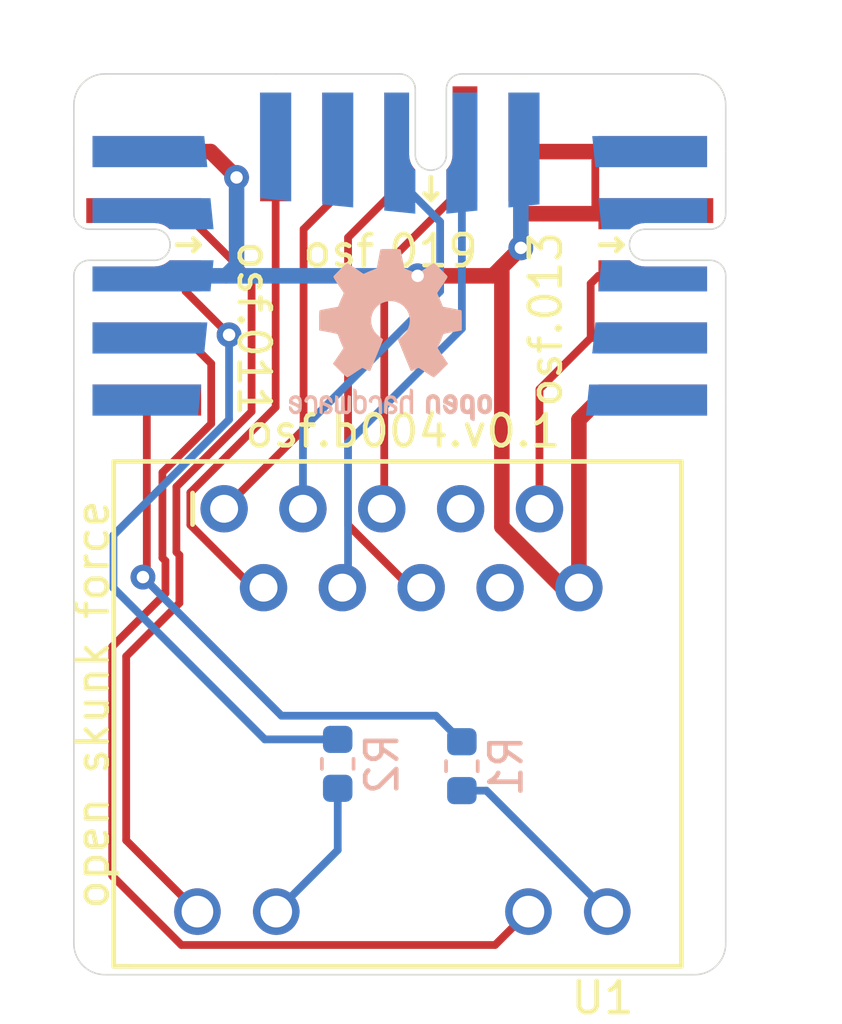
<source format=kicad_pcb>
(kicad_pcb (version 20211014) (generator pcbnew)
  (layers (0 "F.Cu" signal) (31 "B.Cu" signal) (34 "B.Paste" user) (35 "F.Paste" user) (36 "B.SilkS" user "B.Silkscreen") (37 "F.SilkS" user "F.Silkscreen") (38 "B.Mask" user) (39 "F.Mask" user) (44 "Edge.Cuts" user))
  (net 0 "")
  (net 1 "GND")
  (net 2 "Net-(J1-Pad2)")
  (net 3 "Net-(J1-Pad5)")
  (net 4 "Net-(J2-Pad4)")
  (net 5 "Net-(J2-Pad3)")
  (net 6 "Net-(J2-Pad5)")
  (net 7 "Net-(J3-Pad3)")
  (net 8 "Net-(R1-Pad1)")
  (net 9 "Net-(R2-Pad1)")
  (net 10 "Net-(J1-Pad4)")
  (net 11 "Net-(J2-Pad2)")
  (net 12 "Net-(J1-Pad3)")
  (net 13 "Net-(J1-Pad8)")
  (net 14 "Net-(J1-Pad7)")
  (footprint "on_edge:on_edge_2x05_device" (layer "F.Cu") (at 100.5 75.2 180)
    (fp_text reference "J1")
    (fp_text value "019_100BASE-T_2x5")
    (fp_line (start -1.5 -2.6) (end -1.5 -0.5) (layer "Edge.Cuts") (width 0.05))
    (fp_line (start 0 0) (end 4 0) (layer "Edge.Cuts") (width 0.05))
    (fp_line (start -4 0) (end -2 0) (layer "Edge.Cuts") (width 0.05))
    (fp_line (start -0.5 -0.5) (end -0.5 -2.6) (layer "Edge.Cuts") (width 0.05))
    (fp_arc (start -1.5 -0.5) (mid -1.646447 -0.146447) (end -2 0) (layer "Edge.Cuts") (width 0.05))
    (fp_arc (start 0 0) (mid -0.353553 -0.146447) (end -0.5 -0.5) (layer "Edge.Cuts") (width 0.05))
    (fp_arc (start -1.5 -2.6) (mid -1 -3.1) (end -0.5 -2.6) (layer "Edge.Cuts") (width 0.05))
    (pad "1" smd rect locked (at -4 -2.35) (size 1 3.5) (layers "F.Cu" "F.Mask") (net 1 "GND"))
    (pad "2" smd custom locked (at -2 -3.6 180) (size 1 1) (layers "F.Cu" "F.Mask") (net 2 "Net-(J1-Pad2)") (options (clearance outline) (anchor rect)) (primitives (gr_poly (pts (xy 0.5 0.52) (xy 0.48 0.54) (xy 0.44 0.59) (xy 0.4 0.65) (xy 0.37 0.7) (xy 0.35 0.75) (xy 0.33 0.81) (xy 0.31 0.89) (xy 0.3 1) (xy 0.3 3.2) (xy -0.5 3.2) (xy -0.5 -0.5) (xy 0.5 -0.5)) (width 0) (fill yes))))
    (pad "3" smd custom locked (at 0 -3.6 180) (size 1 1) (layers "F.Cu" "F.Mask") (net 12 "Net-(J1-Pad3)") (options (clearance outline) (anchor rect)) (primitives (gr_poly (pts (xy 0.5 3) (xy -0.3 3) (xy -0.3 1) (xy -0.31 0.89) (xy -0.33 0.81) (xy -0.35 0.75) (xy -0.37 0.7) (xy -0.4 0.65) (xy -0.44 0.59) (xy -0.48 0.54) (xy -0.5 0.52) (xy -0.5 -0.5) (xy 0.5 -0.5)) (width 0) (fill yes))))
    (pad "4" smd rect locked (at 2 -2.35) (size 1 3.5) (layers "F.Cu" "F.Mask") (net 10 "Net-(J1-Pad4)"))
    (pad "5" smd rect locked (at 4 -2.35) (size 1 3.5) (layers "F.Cu" "F.Mask") (net 3 "Net-(J1-Pad5)"))
    (pad "6" smd custom locked (at -4 -2.4 180) (size 1 3.6) (layers "B.Cu" "B.Mask") (net 1 "GND") (options (clearance outline) (anchor rect)) (primitives (gr_poly (pts (xy 0.5 -1.8) (xy -0.5 -1.8) (xy 0.5 -1.9)) (width 0) (fill yes))))
    (pad "7" smd custom locked (at -2 -2.1 180) (size 0.4 0.4) (layers "B.Cu" "B.Mask") (net 14 "Net-(J1-Pad7)") (options (clearance outline) (anchor rect)) (primitives (gr_poly (pts (xy 0.5 -0.99) (xy 0.48 -0.97) (xy 0.44 -0.92) (xy 0.4 -0.86) (xy 0.37 -0.81) (xy 0.35 -0.76) (xy 0.33 -0.7) (xy 0.31 -0.62) (xy 0.3 -0.51) (xy 0.3 1.5) (xy -0.5 1.5) (xy -0.5 -2.3) (xy 0.5 -2.4)) (width 0) (fill yes))))
    (pad "8" smd custom locked (at 0 -2.1 180) (size 0.4 0.4) (layers "B.Cu" "B.Mask") (net 13 "Net-(J1-Pad8)") (options (clearance outline) (anchor rect)) (primitives (gr_poly (pts (xy 0.5 -2.3) (xy 0.5 1.5) (xy -0.3 1.5) (xy -0.3 -0.51) (xy -0.31 -0.62) (xy -0.33 -0.7) (xy -0.35 -0.76) (xy -0.37 -0.81) (xy -0.4 -0.86) (xy -0.44 -0.92) (xy -0.48 -0.97) (xy -0.5 -0.99) (xy -0.5 -2.4)) (width 0) (fill yes))))
    (pad "9" smd custom locked (at 2 -2.4 180) (size 1 3.6) (layers "B.Cu" "B.Mask") (options (clearance outline) (anchor rect)) (primitives (gr_poly (pts (xy 0.5 -1.8) (xy -0.5 -1.8) (xy -0.5 -1.9)) (width 0) (fill yes))))
    (pad "10" smd custom locked (at 4 -2.3 180) (size 1 3.4) (layers "B.Cu" "B.Mask") (options (clearance outline) (anchor rect)) (primitives (gr_poly (pts (xy 0.5 -1.7) (xy -0.5 -1.7) (xy -0.5 -1.8)) (width 0) (fill yes))))
  )
  (footprint "parts:7499211121A" (layer "F.Cu") (at 105 89.2 180)
    (fp_text reference "U1" (at -2.032 -15.748) (layer "F.SilkS"))
    (fp_text value "7499211121A")
    (pad "" np_thru_hole circle (at -3.3 -5.84 180) (size 1.6 1.6) (drill 1.6) (layers *.Cu *.Mask))
    (pad "" np_thru_hole circle (at 10.16 -8.89 180) (size 3.25 3.25) (drill 3.25) (layers *.Cu *.Mask))
    (pad "" np_thru_hole circle (at 12.19 -5.84 180) (size 1.6 1.6) (drill 1.6) (layers *.Cu *.Mask))
    (pad "" np_thru_hole circle (at -1.27 -8.89 180) (size 3.25 3.25) (drill 3.25) (layers *.Cu *.Mask))
    (pad "1" thru_hole circle (at 10.16 0 180) (size 1.524 1.524) (drill 0.9) (layers *.Cu *.Mask) (net 10 "Net-(J1-Pad4)"))
    (pad "2" thru_hole circle (at 8.89 -2.54 180) (size 1.524 1.524) (drill 0.9) (layers *.Cu *.Mask) (net 3 "Net-(J1-Pad5)"))
    (pad "3" thru_hole circle (at 7.62 0 180) (size 1.524 1.524) (drill 0.9) (layers *.Cu *.Mask) (net 13 "Net-(J1-Pad8)"))
    (pad "4" thru_hole circle (at 6.35 -2.54 180) (size 1.524 1.524) (drill 0.9) (layers *.Cu *.Mask) (net 14 "Net-(J1-Pad7)"))
    (pad "5" thru_hole circle (at 5.08 0 180) (size 1.524 1.524) (drill 0.9) (layers *.Cu *.Mask) (net 2 "Net-(J1-Pad2)"))
    (pad "6" thru_hole circle (at 3.81 -2.54 180) (size 1.524 1.524) (drill 0.9) (layers *.Cu *.Mask) (net 12 "Net-(J1-Pad3)"))
    (pad "7" thru_hole circle (at 2.54 0 180) (size 1.524 1.524) (drill 0.9) (layers *.Cu *.Mask))
    (pad "8" thru_hole circle (at 1.27 -2.54 180) (size 1.524 1.524) (drill 0.9) (layers *.Cu *.Mask))
    (pad "9" thru_hole circle (at 0 0 180) (size 1.524 1.524) (drill 0.9) (layers *.Cu *.Mask) (net 7 "Net-(J3-Pad3)"))
    (pad "10" thru_hole circle (at -1.27 -2.54 180) (size 1.524 1.524) (drill 0.9) (layers *.Cu *.Mask) (net 1 "GND"))
    (pad "11" thru_hole circle (at 11.02 -12.97 180) (size 1.5 1.5) (drill 1.02) (layers *.Cu *.Mask) (net 11 "Net-(J2-Pad2)"))
    (pad "12" thru_hole circle (at 8.48 -12.97 180) (size 1.5 1.5) (drill 1.02) (layers *.Cu *.Mask) (net 9 "Net-(R2-Pad1)"))
    (pad "13" thru_hole circle (at 0.355 -12.97 180) (size 1.5 1.5) (drill 1.02) (layers *.Cu *.Mask) (net 4 "Net-(J2-Pad4)"))
    (pad "14" thru_hole circle (at -2.185 -12.97 180) (size 1.5 1.5) (drill 1.02) (layers *.Cu *.Mask) (net 8 "Net-(R1-Pad1)"))
  )
  (footprint "on_edge:on_edge_2x05_device" (layer "F.Cu") (at 90 81.7 -90)
    (fp_text reference "J2")
    (fp_text value "011_GPIO_2x3")
    (fp_line (start 0 0) (end 4 0) (layer "Edge.Cuts") (width 0.05))
    (fp_line (start -1.5 -2.6) (end -1.5 -0.5) (layer "Edge.Cuts") (width 0.05))
    (fp_line (start -4 0) (end -2 0) (layer "Edge.Cuts") (width 0.05))
    (fp_line (start -0.5 -0.5) (end -0.5 -2.6) (layer "Edge.Cuts") (width 0.05))
    (fp_arc (start -1.5 -0.5) (mid -1.646447 -0.146447) (end -2 0) (layer "Edge.Cuts") (width 0.05))
    (fp_arc (start -1.5 -2.6) (mid -1 -3.1) (end -0.5 -2.6) (layer "Edge.Cuts") (width 0.05))
    (fp_arc (start 0 0) (mid -0.353553 -0.146447) (end -0.5 -0.5) (layer "Edge.Cuts") (width 0.05))
    (pad "1" smd rect locked (at -4 -2.35 90) (size 1 3.5) (layers "F.Cu" "F.Mask") (net 1 "GND"))
    (pad "2" smd custom locked (at -2 -3.6 270) (size 1 1) (layers "F.Cu" "F.Mask") (net 11 "Net-(J2-Pad2)") (options (clearance outline) (anchor rect)) (primitives (gr_poly (pts (xy 0.5 0.52) (xy 0.48 0.54) (xy 0.44 0.59) (xy 0.4 0.65) (xy 0.37 0.7) (xy 0.35 0.75) (xy 0.33 0.81) (xy 0.31 0.89) (xy 0.3 1) (xy 0.3 3.2) (xy -0.5 3.2) (xy -0.5 -0.5) (xy 0.5 -0.5)) (width 0) (fill yes))))
    (pad "3" smd custom locked (at 0 -3.6 270) (size 1 1) (layers "F.Cu" "F.Mask") (net 5 "Net-(J2-Pad3)") (options (clearance outline) (anchor rect)) (primitives (gr_poly (pts (xy 0.5 3) (xy -0.3 3) (xy -0.3 1) (xy -0.31 0.89) (xy -0.33 0.81) (xy -0.35 0.75) (xy -0.37 0.7) (xy -0.4 0.65) (xy -0.44 0.59) (xy -0.48 0.54) (xy -0.5 0.52) (xy -0.5 -0.5) (xy 0.5 -0.5)) (width 0) (fill yes))))
    (pad "4" smd rect locked (at 2 -2.35 90) (size 1 3.5) (layers "F.Cu" "F.Mask") (net 4 "Net-(J2-Pad4)"))
    (pad "5" smd rect locked (at 4 -2.35 90) (size 1 3.5) (layers "F.Cu" "F.Mask") (net 6 "Net-(J2-Pad5)"))
    (pad "6" smd custom locked (at -4 -2.4 270) (size 1 3.6) (layers "B.Cu" "B.Mask") (options (clearance outline) (anchor rect)) (primitives (gr_poly (pts (xy 0.5 -1.8) (xy -0.5 -1.8) (xy 0.5 -1.9)) (width 0) (fill yes))))
    (pad "7" smd custom locked (at -2 -2.1 270) (size 0.4 0.4) (layers "B.Cu" "B.Mask") (options (clearance outline) (anchor rect)) (primitives (gr_poly (pts (xy 0.5 -0.99) (xy 0.48 -0.97) (xy 0.44 -0.92) (xy 0.4 -0.86) (xy 0.37 -0.81) (xy 0.35 -0.76) (xy 0.33 -0.7) (xy 0.31 -0.62) (xy 0.3 -0.51) (xy 0.3 1.5) (xy -0.5 1.5) (xy -0.5 -2.3) (xy 0.5 -2.4)) (width 0) (fill yes))))
    (pad "8" smd custom locked (at 0 -2.1 270) (size 0.4 0.4) (layers "B.Cu" "B.Mask") (net 1 "GND") (options (clearance outline) (anchor rect)) (primitives (gr_poly (pts (xy 0.5 -2.3) (xy 0.5 1.5) (xy -0.3 1.5) (xy -0.3 -0.51) (xy -0.31 -0.62) (xy -0.33 -0.7) (xy -0.35 -0.76) (xy -0.37 -0.81) (xy -0.4 -0.86) (xy -0.44 -0.92) (xy -0.48 -0.97) (xy -0.5 -0.99) (xy -0.5 -2.4)) (width 0) (fill yes))))
    (pad "9" smd custom locked (at 2 -2.4 270) (size 1 3.6) (layers "B.Cu" "B.Mask") (options (clearance outline) (anchor rect)) (primitives (gr_poly (pts (xy 0.5 -1.8) (xy -0.5 -1.8) (xy -0.5 -1.9)) (width 0) (fill yes))))
    (pad "10" smd custom locked (at 4 -2.3 270) (size 1 3.4) (layers "B.Cu" "B.Mask") (options (clearance outline) (anchor rect)) (primitives (gr_poly (pts (xy 0.5 -1.7) (xy -0.5 -1.7) (xy -0.5 -1.8)) (width 0) (fill yes))))
  )
  (footprint "on_edge:on_edge_2x05_host" (layer "F.Cu") (at 111 81.7 -90)
    (fp_text reference "J3")
    (fp_text value "PoE_2x2")
    (fp_line (start -4 0) (end -2 0) (layer "Edge.Cuts") (width 0.05))
    (fp_line (start -1.5 0.5) (end -1.5 2.6) (layer "Edge.Cuts") (width 0.05))
    (fp_line (start -0.5 2.6) (end -0.5 0.5) (layer "Edge.Cuts") (width 0.05))
    (fp_line (start 0 0) (end 4 0) (layer "Edge.Cuts") (width 0.05))
    (fp_arc (start -0.5 0.5) (mid -0.353553 0.146447) (end 0 0) (layer "Edge.Cuts") (width 0.05))
    (fp_arc (start -2 0) (mid -1.646447 0.146447) (end -1.5 0.5) (layer "Edge.Cuts") (width 0.05))
    (fp_arc (start -0.5 2.6) (mid -1 3.1) (end -1.5 2.6) (layer "Edge.Cuts") (width 0.05))
    (pad "1" smd rect locked (at -4 2.35 270) (size 1 3.5) (layers "F.Cu" "F.Mask") (net 1 "GND"))
    (pad "2" smd custom locked (at -2 3.6 270) (size 1 1) (layers "F.Cu" "F.Mask") (net 1 "GND") (options (clearance outline) (anchor rect)) (primitives (gr_poly (pts (xy 0.3 -0.99) (xy 0.31 -0.88) (xy 0.33 -0.8) (xy 0.35 -0.74) (xy 0.37 -0.69) (xy 0.4 -0.64) (xy 0.44 -0.58) (xy 0.48 -0.53) (xy 0.5 -0.51) (xy 0.5 0.5) (xy -0.5 0.5) (xy -0.5 -3.2) (xy 0.3 -3.2)) (width 0) (fill yes))))
    (pad "3" smd custom locked (at 0 3.6 270) (size 1 1) (layers "F.Cu" "F.Mask") (net 7 "Net-(J3-Pad3)") (options (clearance outline) (anchor rect)) (primitives (gr_poly (pts (xy 0.5 0.5) (xy -0.5 0.5) (xy -0.5 -0.51) (xy -0.48 -0.53) (xy -0.44 -0.58) (xy -0.4 -0.64) (xy -0.37 -0.69) (xy -0.35 -0.74) (xy -0.33 -0.8) (xy -0.31 -0.88) (xy -0.3 -0.99) (xy -0.3 -3) (xy 0.5 -3)) (width 0) (fill yes))))
    (pad "4" smd rect locked (at 2 2.35 270) (size 1 3.5) (layers "F.Cu" "F.Mask") (net 7 "Net-(J3-Pad3)"))
    (pad "5" smd rect locked (at 4 2.35 270) (size 1 3.5) (layers "F.Cu" "F.Mask") (net 1 "GND"))
    (pad "6" smd custom locked (at -4 2.4 90) (size 1 3.6) (layers "B.Cu" "B.Mask") (options (clearance outline) (anchor rect)) (primitives (gr_poly (pts (xy 0.5 -1.8) (xy -0.5 -1.8) (xy 0.5 -1.9)) (width 0) (fill yes))))
    (pad "7" smd custom locked (at -2 2.1 90) (size 0.4 0.4) (layers "B.Cu" "B.Mask") (options (clearance outline) (anchor rect)) (primitives (gr_poly (pts (xy 0.5 1.5) (xy -0.3 1.5) (xy -0.3 -0.51) (xy -0.31 -0.62) (xy -0.33 -0.7) (xy -0.35 -0.76) (xy -0.37 -0.81) (xy -0.4 -0.86) (xy -0.44 -0.92) (xy -0.48 -0.97) (xy -0.5 -0.99) (xy -0.5 -1.9) (xy 0.5 -2)) (width 0) (fill yes))))
    (pad "8" smd custom locked (at 0 2.1 90) (size 0.4 0.4) (layers "B.Cu" "B.Mask") (options (clearance outline) (anchor rect)) (primitives (gr_poly (pts (xy 0.5 -1.9) (xy 0.5 -0.99) (xy 0.48 -0.97) (xy 0.44 -0.92) (xy 0.4 -0.86) (xy 0.37 -0.81) (xy 0.35 -0.76) (xy 0.33 -0.7) (xy 0.31 -0.62) (xy 0.3 -0.51) (xy 0.3 1.5) (xy -0.5 1.5) (xy -0.5 -2)) (width 0) (fill yes))))
    (pad "9" smd custom locked (at 2 2.4 90) (size 1 3.6) (layers "B.Cu" "B.Mask") (options (clearance outline) (anchor rect)) (primitives (gr_poly (pts (xy 0.5 -1.8) (xy -0.5 -1.8) (xy -0.5 -1.9)) (width 0) (fill yes))))
    (pad "10" smd custom locked (at 4 2.5 90) (size 1 3.8) (layers "B.Cu" "B.Mask") (options (clearance outline) (anchor rect)) (primitives (gr_poly (pts (xy 0.5 -1.9) (xy -0.5 -1.9) (xy -0.5 -2)) (width 0) (fill yes))))
  )
  (footprint "Resistor_SMD:R_0603_1608Metric" (layer "B.Cu") (at 102.5 97.4875 90)
    (fp_text reference "R1" (at 0 1.43 90) (layer "B.SilkS") (effects (justify mirror)))
    (fp_text value "330R")
    (pad "1" smd roundrect locked (at -0.7875 0 90) (size 0.875 0.95) (layers "B.Cu" "B.Paste" "B.Mask") (net 8 "Net-(R1-Pad1)"))
    (pad "2" smd roundrect locked (at 0.7875 0 90) (size 0.875 0.95) (layers "B.Cu" "B.Paste" "B.Mask") (net 6 "Net-(J2-Pad5)"))
  )
  (footprint "Resistor_SMD:R_0603_1608Metric" (layer "B.Cu") (at 98.5 97.4125 90)
    (fp_text reference "R2" (at 0 1.43 90) (layer "B.SilkS") (effects (justify mirror)))
    (fp_text value "330R")
    (pad "1" smd roundrect locked (at -0.7875 0 90) (size 0.875 0.95) (layers "B.Cu" "B.Paste" "B.Mask") (net 9 "Net-(R2-Pad1)"))
    (pad "2" smd roundrect locked (at 0.7875 0 90) (size 0.875 0.95) (layers "B.Cu" "B.Paste" "B.Mask") (net 5 "Net-(J2-Pad3)"))
  )
  (footprint "Symbol:OSHW-Logo2_7.3x6mm_SilkScreen" (layer "B.Cu") (at 100.2 83.6 180)
    (fp_text reference "l1" hide)
    (fp_text value "Logo_Open_Hardware_Large" hide)
  )
  (gr_line (start 111 85.7) (end 111 103.2) (layer "Edge.Cuts") (width 0.05))
  (gr_arc (start 91 104.2) (mid 90.292893 103.907107) (end 90 103.2) (layer "Edge.Cuts") (width 0.05))
  (gr_line (start 104.5 75.2) (end 110 75.2) (layer "Edge.Cuts") (width 0.05))
  (gr_line (start 111 77.7) (end 111 76.2) (layer "Edge.Cuts") (width 0.05))
  (gr_line (start 90 77.7) (end 90 76.2) (layer "Edge.Cuts") (width 0.05))
  (gr_arc (start 90 76.2) (mid 90.292893 75.492893) (end 91 75.2) (layer "Edge.Cuts") (width 0.05))
  (gr_arc (start 110 75.2) (mid 110.707107 75.492893) (end 111 76.2) (layer "Edge.Cuts") (width 0.05))
  (gr_line (start 110 104.2) (end 91 104.2) (layer "Edge.Cuts") (width 0.05))
  (gr_arc (start 111 103.2) (mid 110.707107 103.907107) (end 110 104.2) (layer "Edge.Cuts") (width 0.05))
  (gr_line (start 91 75.2) (end 96.5 75.2) (layer "Edge.Cuts") (width 0.05))
  (gr_line (start 90 103.2) (end 90 85.7) (layer "Edge.Cuts") (width 0.05))
  (gr_text "open skunk force" (at 90.6 95.5 90) (layer "F.SilkS") (effects (font (size 1 1))))
  (gr_text "osf.013" (at 105.2 83.1 90) (layer "F.SilkS") (effects (font (size 1 1))))
  (gr_text "osf.b004.v0.1" (at 100.6 86.7) (layer "F.SilkS") (effects (font (size 1 1))))
  (gr_text "osf.019" (at 100.2 80.9) (layer "F.SilkS") (effects (font (size 1 1))))
  (gr_text "osf.011" (at 95.8 83.4 270) (layer "F.SilkS") (effects (font (size 1 1))))
  (segment (start 108.65 77.7) (end 107.1 77.7) (width 0.25) (layer "F.Cu") (net 1))
  (segment (start 103.787999 81.412001) (end 104.4 80.8) (width 0.5) (layer "F.Cu") (net 1))
  (segment (start 94.408974 77.7) (end 94.554487 77.845513) (width 0.5) (layer "F.Cu") (net 1))
  (segment (start 106.27 91.74) (end 105.746238 91.74) (width 0.5) (layer "F.Cu") (net 1))
  (segment (start 107.4 79.7) (end 104.5 79.7) (width 0.5) (layer "F.Cu") (net 1))
  (segment (start 106.27 91.74) (end 106.27 86.33) (width 0.5) (layer "F.Cu") (net 1))
  (segment (start 104.4 77.65) (end 104.5 77.55) (width 0.5) (layer "F.Cu") (net 1))
  (segment (start 104.4 79.6) (end 104.4 77.65) (width 0.5) (layer "F.Cu") (net 1))
  (segment (start 108.65 77.7) (end 104.65 77.7) (width 0.5) (layer "F.Cu") (net 1))
  (segment (start 104.4 80.8) (end 104.4 79.6) (width 0.5) (layer "F.Cu") (net 1))
  (segment (start 105.746238 91.74) (end 103.787999 89.781761) (width 0.5) (layer "F.Cu") (net 1))
  (segment (start 104.5 79.7) (end 104.4 79.6) (width 0.5) (layer "F.Cu") (net 1))
  (segment (start 92.35 77.7) (end 94.408974 77.7) (width 0.5) (layer "F.Cu") (net 1))
  (segment (start 104.65 77.7) (end 104.5 77.55) (width 0.5) (layer "F.Cu") (net 1))
  (segment (start 106.9 85.7) (end 108.65 85.7) (width 0.5) (layer "F.Cu") (net 1))
  (segment (start 106.8 78) (end 106.8 79.6) (width 0.25) (layer "F.Cu") (net 1))
  (segment (start 106.8 79.6) (end 106.9 79.7) (width 0.25) (layer "F.Cu") (net 1))
  (segment (start 95.241696 78.532722) (end 94.554487 77.845513) (width 0.5) (layer "F.Cu") (net 1))
  (segment (start 106.27 86.33) (end 106.9 85.7) (width 0.5) (layer "F.Cu") (net 1))
  (segment (start 106.9 79.7) (end 107.4 79.7) (width 0.25) (layer "F.Cu") (net 1))
  (segment (start 103.787999 89.781761) (end 103.787999 81.412001) (width 0.5) (layer "F.Cu") (net 1))
  (segment (start 103.5 81.7) (end 101.07499 81.7) (width 0.5) (layer "F.Cu") (net 1))
  (segment (start 104.4 80.8) (end 103.5 81.7) (width 0.5) (layer "F.Cu") (net 1))
  (segment (start 107.1 77.7) (end 106.8 78) (width 0.25) (layer "F.Cu") (net 1))
  (via (at 104.4 80.8) (size 0.8) (drill 0.4) (layers "F.Cu" "B.Cu") (net 1))
  (via (at 95.241696 78.532722) (size 0.8) (drill 0.4) (layers "F.Cu" "B.Cu") (net 1))
  (via (at 101.07499 81.7) (size 0.8) (drill 0.4) (layers "F.Cu" "B.Cu") (net 1))
  (segment (start 95.241696 81.358304) (end 94.9 81.7) (width 0.5) (layer "B.Cu") (net 1))
  (segment (start 94.5 81.7) (end 94.9 81.7) (width 0.25) (layer "B.Cu") (net 1))
  (segment (start 104.4 80.8) (end 104.4 77.7) (width 0.5) (layer "B.Cu") (net 1))
  (segment (start 94.5 81.7) (end 92.1 81.7) (width 0.25) (layer "B.Cu") (net 1))
  (segment (start 104.4 77.7) (end 104.5 77.6) (width 0.5) (layer "B.Cu") (net 1))
  (segment (start 95.241696 78.532722) (end 95.241696 81.358304) (width 0.5) (layer "B.Cu") (net 1))
  (segment (start 92.1 81.7) (end 101.07499 81.7) (width 0.5) (layer "B.Cu") (net 1))
  (segment (start 102.5 78.8) (end 102.5 78.9) (width 0.25) (layer "F.Cu") (net 2))
  (segment (start 100 89.12) (end 99.92 89.2) (width 0.25) (layer "F.Cu") (net 2))
  (segment (start 102.5 78.9) (end 100 81.4) (width 0.25) (layer "F.Cu") (net 2))
  (segment (start 100 81.4) (end 100 89.12) (width 0.25) (layer "F.Cu") (net 2))
  (segment (start 95.771238 91.74) (end 93.752999 89.721761) (width 0.25) (layer "F.Cu") (net 3))
  (segment (start 93.752999 88.678239) (end 96.5 85.931238) (width 0.25) (layer "F.Cu") (net 3))
  (segment (start 96.5 85.931238) (end 96.5 77.55) (width 0.25) (layer "F.Cu") (net 3))
  (segment (start 93.752999 89.721761) (end 93.752999 88.678239) (width 0.25) (layer "F.Cu") (net 3))
  (segment (start 96.11 91.74) (end 95.771238 91.74) (width 0.25) (layer "F.Cu") (net 3))
  (segment (start 91.234988 93.638016) (end 91.234988 101.01599) (width 0.25) (layer "F.Cu") (net 4))
  (segment (start 92.852977 88.032025) (end 92.852977 90.779973) (width 0.25) (layer "F.Cu") (net 4))
  (segment (start 94.425001 86.460001) (end 92.852977 88.032025) (width 0.25) (layer "F.Cu") (net 4))
  (segment (start 92.852977 90.779973) (end 92.949989 90.876985) (width 0.25) (layer "F.Cu") (net 4))
  (segment (start 94.425001 84.525001) (end 94.425001 86.460001) (width 0.25) (layer "F.Cu") (net 4))
  (segment (start 103.569999 103.245001) (end 104.645 102.17) (width 0.25) (layer "F.Cu") (net 4))
  (segment (start 92.949989 91.923015) (end 91.234988 93.638016) (width 0.25) (layer "F.Cu") (net 4))
  (segment (start 93.463999 103.245001) (end 103.569999 103.245001) (width 0.25) (layer "F.Cu") (net 4))
  (segment (start 93.6 83.7) (end 94.425001 84.525001) (width 0.25) (layer "F.Cu") (net 4))
  (segment (start 91.234988 101.01599) (end 93.463999 103.245001) (width 0.25) (layer "F.Cu") (net 4))
  (segment (start 92.949989 90.876985) (end 92.949989 91.923015) (width 0.25) (layer "F.Cu") (net 4))
  (segment (start 92.35 83.7) (end 93.6 83.7) (width 0.25) (layer "F.Cu") (net 4))
  (segment (start 93.6 81.7) (end 93.6 82.2) (width 0.25) (layer "F.Cu") (net 5))
  (segment (start 93.6 82.2) (end 95 83.6) (width 0.25) (layer "F.Cu") (net 5))
  (via (at 95 83.6) (size 0.8) (drill 0.4) (layers "F.Cu" "B.Cu") (net 5))
  (segment (start 91.274999 91.748001) (end 96.151998 96.625) (width 0.25) (layer "B.Cu") (net 5))
  (segment (start 96.151998 96.625) (end 98.025 96.625) (width 0.25) (layer "B.Cu") (net 5))
  (segment (start 91.274999 90.051999) (end 91.274999 91.748001) (width 0.25) (layer "B.Cu") (net 5))
  (segment (start 95 86.326998) (end 91.274999 90.051999) (width 0.25) (layer "B.Cu") (net 5))
  (segment (start 95 83.6) (end 95 86.326998) (width 0.25) (layer "B.Cu") (net 5))
  (segment (start 98.025 96.625) (end 98.5 96.625) (width 0.25) (layer "B.Cu") (net 5))
  (segment (start 92.35 85.7) (end 92.35 91.274979) (width 0.25) (layer "F.Cu") (net 6))
  (segment (start 92.35 91.274979) (end 92.224979 91.4) (width 0.25) (layer "F.Cu") (net 6))
  (via (at 92.224979 91.4) (size 0.8) (drill 0.4) (layers "F.Cu" "B.Cu") (net 6))
  (segment (start 101.66249 95.86249) (end 96.687469 95.86249) (width 0.25) (layer "B.Cu") (net 6))
  (segment (start 96.687469 95.86249) (end 92.224979 91.4) (width 0.25) (layer "B.Cu") (net 6))
  (segment (start 102.5 96.7) (end 101.66249 95.86249) (width 0.25) (layer "B.Cu") (net 6))
  (segment (start 106.9 81.7) (end 106.65 81.95) (width 0.25) (layer "F.Cu") (net 7))
  (segment (start 106.65 83.7) (end 108.65 83.7) (width 0.25) (layer "F.Cu") (net 7))
  (segment (start 105 89.2) (end 105 85.35) (width 0.25) (layer "F.Cu") (net 7))
  (segment (start 106.65 81.95) (end 106.65 83.7) (width 0.25) (layer "F.Cu") (net 7))
  (segment (start 107.4 81.7) (end 106.9 81.7) (width 0.25) (layer "F.Cu") (net 7))
  (segment (start 105 85.35) (end 106.65 83.7) (width 0.25) (layer "F.Cu") (net 7))
  (segment (start 102.5 98.275) (end 103.29 98.275) (width 0.25) (layer "B.Cu") (net 8))
  (segment (start 103.29 98.275) (end 107.185 102.17) (width 0.25) (layer "B.Cu") (net 8))
  (segment (start 98.5 100.19) (end 97 101.69) (width 0.25) (layer "B.Cu") (net 9))
  (segment (start 97 101.69) (end 96.52 102.17) (width 0.25) (layer "B.Cu") (net 9))
  (segment (start 98.5 98.2) (end 98.5 100.19) (width 0.25) (layer "B.Cu") (net 9))
  (segment (start 97.4 80.2) (end 98.5 79.1) (width 0.25) (layer "F.Cu") (net 10))
  (segment (start 97.4 86.64) (end 97.4 80.2) (width 0.25) (layer "F.Cu") (net 10))
  (segment (start 94.84 89.2) (end 97.4 86.64) (width 0.25) (layer "F.Cu") (net 10))
  (segment (start 98.5 79.1) (end 98.5 77.55) (width 0.25) (layer "F.Cu") (net 10))
  (segment (start 93.4 92.23641) (end 91.684999 93.951411) (width 0.25) (layer "F.Cu") (net 11))
  (segment (start 95.725002 81.825002) (end 95.725002 86.069825) (width 0.25) (layer "F.Cu") (net 11))
  (segment (start 93.302988 88.491839) (end 93.302988 90.593573) (width 0.25) (layer "F.Cu") (net 11))
  (segment (start 91.684999 99.874999) (end 93.98 102.17) (width 0.25) (layer "F.Cu") (net 11))
  (segment (start 93.4 90.690585) (end 93.4 92.23641) (width 0.25) (layer "F.Cu") (net 11))
  (segment (start 93.6 79.7) (end 95.725002 81.825002) (width 0.25) (layer "F.Cu") (net 11))
  (segment (start 93.302988 90.593573) (end 93.4 90.690585) (width 0.25) (layer "F.Cu") (net 11))
  (segment (start 91.684999 93.951411) (end 91.684999 99.874999) (width 0.25) (layer "F.Cu") (net 11))
  (segment (start 95.725002 86.069825) (end 93.302988 88.491839) (width 0.25) (layer "F.Cu") (net 11))
  (segment (start 100.851238 91.74) (end 101.19 91.74) (width 0.25) (layer "F.Cu") (net 12))
  (segment (start 100.5 78.8) (end 98.832999 80.467001) (width 0.25) (layer "F.Cu") (net 12))
  (segment (start 98.832999 80.467001) (end 98.832999 89.721761) (width 0.25) (layer "F.Cu") (net 12))
  (segment (start 98.832999 89.721761) (end 100.851238 91.74) (width 0.25) (layer "F.Cu") (net 12))
  (segment (start 100.5 77.3) (end 100.5 78.659636) (width 0.25) (layer "B.Cu") (net 13))
  (segment (start 97.38 86.62) (end 97.38 89.2) (width 0.25) (layer "B.Cu") (net 13))
  (segment (start 101.8 79.959636) (end 101.8 82.2) (width 0.25) (layer "B.Cu") (net 13))
  (segment (start 101.8 82.2) (end 97.38 86.62) (width 0.25) (layer "B.Cu") (net 13))
  (segment (start 100.5 78.659636) (end 101.8 79.959636) (width 0.25) (layer "B.Cu") (net 13))
  (segment (start 98.832999 87.067001) (end 98.832999 91.557001) (width 0.25) (layer "B.Cu") (net 14))
  (segment (start 102.5 83.4) (end 98.832999 87.067001) (width 0.25) (layer "B.Cu") (net 14))
  (segment (start 98.832999 91.557001) (end 98.65 91.74) (width 0.25) (layer "B.Cu") (net 14))
  (segment (start 102.5 77.3) (end 102.5 83.4) (width 0.25) (layer "B.Cu") (net 14))
)
</source>
